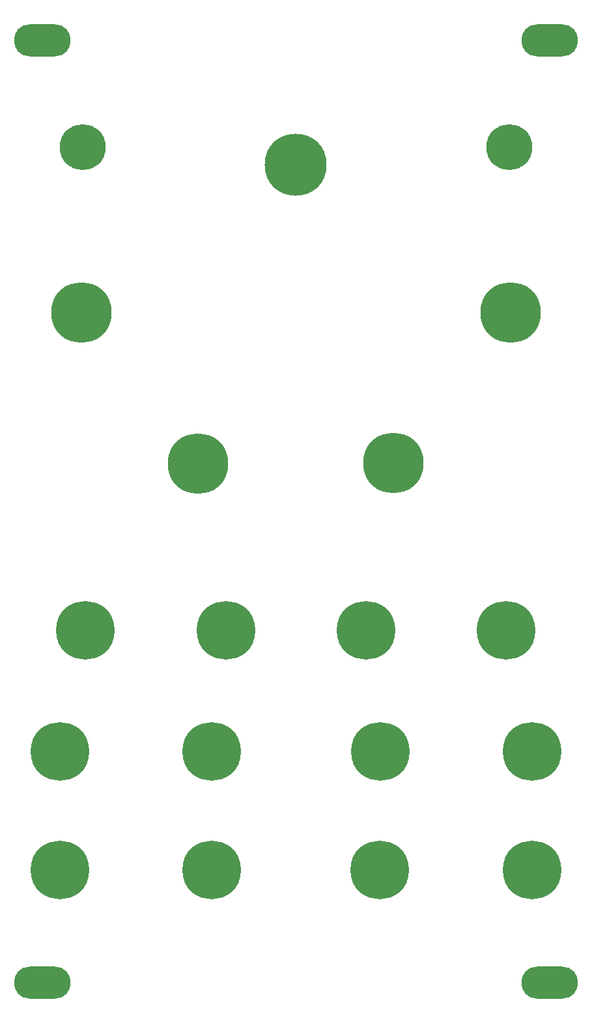
<source format=gtl>
G04 #@! TF.GenerationSoftware,KiCad,Pcbnew,(7.0.0-0)*
G04 #@! TF.CreationDate,2023-03-06T16:40:56-08:00*
G04 #@! TF.ProjectId,Kit-Trig-Sampler-FACEPLATE,4b69742d-5472-4696-972d-53616d706c65,rev?*
G04 #@! TF.SameCoordinates,PXa25a80PY7d1f400*
G04 #@! TF.FileFunction,Copper,L1,Top*
G04 #@! TF.FilePolarity,Positive*
%FSLAX46Y46*%
G04 Gerber Fmt 4.6, Leading zero omitted, Abs format (unit mm)*
G04 Created by KiCad (PCBNEW (7.0.0-0)) date 2023-03-06 16:40:56*
%MOMM*%
%LPD*%
G01*
G04 APERTURE LIST*
G04 #@! TA.AperFunction,ComponentPad*
%ADD10C,7.874000*%
G04 #@! TD*
G04 #@! TA.AperFunction,ComponentPad*
%ADD11O,7.366000X4.191000*%
G04 #@! TD*
G04 #@! TA.AperFunction,ComponentPad*
%ADD12C,7.620000*%
G04 #@! TD*
G04 #@! TA.AperFunction,ComponentPad*
%ADD13C,5.969000*%
G04 #@! TD*
G04 #@! TA.AperFunction,ComponentPad*
%ADD14C,8.051800*%
G04 #@! TD*
G04 APERTURE END LIST*
D10*
X68260000Y90017764D03*
X12460000Y90017764D03*
D11*
X7402999Y125418999D03*
D12*
X9635000Y17517764D03*
D11*
X73316999Y2913399D03*
D12*
X12960000Y48742764D03*
X51290000Y17517764D03*
D11*
X7402999Y2913399D03*
D13*
X12660000Y111492764D03*
D11*
X73316999Y125418999D03*
D14*
X40360000Y109217764D03*
D10*
X27660000Y70385681D03*
D12*
X29430000Y17517764D03*
X51317000Y32942764D03*
X67685000Y48742764D03*
X9635000Y32942764D03*
X29403000Y32942764D03*
X49510000Y48742764D03*
X71085000Y32942764D03*
D13*
X68060000Y111492764D03*
D12*
X71085000Y17517764D03*
D10*
X53060000Y70430000D03*
D12*
X31285000Y48742764D03*
M02*

</source>
